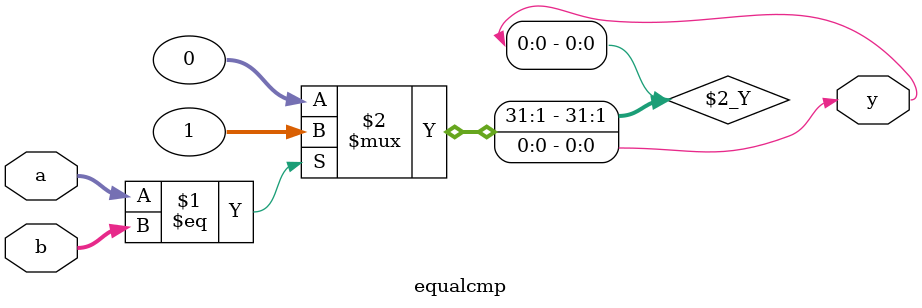
<source format=v>
`timescale 1ns / 1ps
module equalcmp # (parameter N = 32)
               (input [N-1:0] a, b,
                output y);
    assign #1  y = (a == b)? 1 : 0;
endmodule // equalcmp
//如果一切按照逻辑门来写，那么相等比较应该先经过一个异或门再按位或，若结果是０则相等
//实现了相等分支后可以调用它实现不相等分支也可以实现与０比较，将其中的一位数置０即可
      
</source>
